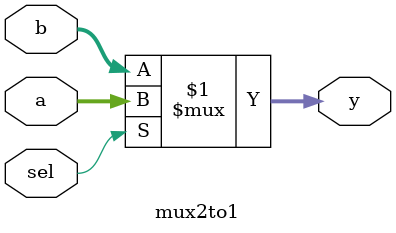
<source format=v>
module mux2to1 (
    input [31:0] a,       // Primeiro valor de entrada, 32 bits
    input [31:0] b,   // Segundo valor de entrada, 32 bits
    input wire sel,        // Sinal de seleção
    output wire [31:0] y          // Saída
);
    // Lógica do MUX: se sel é 0, y recebe b; se sel é 1, y recebe a
    assign y = sel ? a : b;
endmodule

</source>
